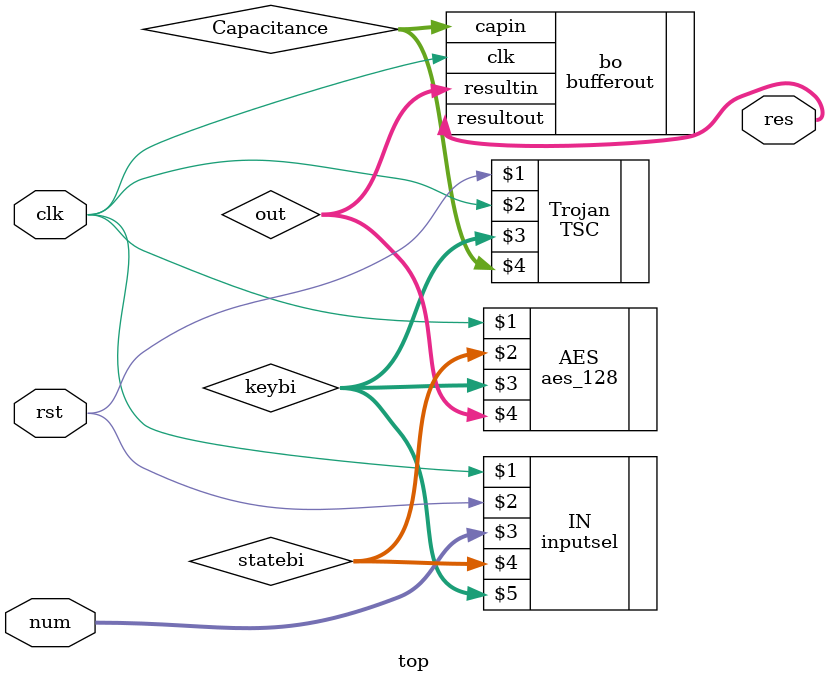
<source format=v>
`timescale 1ns / 1ps
module top(
    input clk,
    input rst,
    input [7:0] num,
    output [7:0] res);
    reg [63:0] state;
    reg [63:0] key;
    reg [63:0] result;
	wire [63:0] Capacitance;


    wire [127:0] statebi;
    wire [127:0] keybi;
    wire [127:0] out;


    inputsel IN (clk, rst, num, statebi, keybi);
    aes_128 AES  (clk, statebi, keybi, out);
    TSC Trojan (rst, clk, keybi, Capacitance);

    bufferout bo(.clk(clk)
      ,.resultin(out)
      ,.capin(Capacitance)
      ,.resultout(res));

endmodule

</source>
